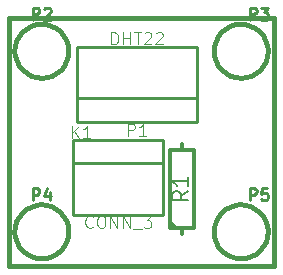
<source format=gto>
G04 (created by PCBNEW-RS274X (2011-05-25)-stable) date Fri 22 Feb 2013 06:20:34 AM EST*
G01*
G70*
G90*
%MOIN*%
G04 Gerber Fmt 3.4, Leading zero omitted, Abs format*
%FSLAX34Y34*%
G04 APERTURE LIST*
%ADD10C,0.006000*%
%ADD11C,0.015000*%
%ADD12C,0.012000*%
%ADD13C,0.010000*%
%ADD14C,0.008000*%
%ADD15C,0.003500*%
G04 APERTURE END LIST*
G54D10*
G54D11*
X09120Y-00260D02*
X09120Y-00440D01*
X01340Y-00260D02*
X09120Y-00260D01*
X09120Y-08540D02*
X09120Y-00340D01*
X00280Y-08540D02*
X09120Y-08540D01*
X00280Y-08540D02*
X00280Y-08120D01*
X00280Y-00260D02*
X00280Y-00880D01*
X01320Y-00260D02*
X00280Y-00260D01*
X00280Y-08460D02*
X00280Y-00320D01*
G54D12*
X06040Y-07460D02*
X06040Y-07260D01*
X06040Y-04460D02*
X06040Y-04660D01*
X06040Y-04660D02*
X05640Y-04660D01*
X05640Y-04660D02*
X05640Y-07260D01*
X05640Y-07260D02*
X06440Y-07260D01*
X06440Y-07260D02*
X06440Y-04660D01*
X06440Y-04660D02*
X06040Y-04660D01*
X05840Y-07260D02*
X05640Y-07060D01*
G54D13*
X02420Y-04350D02*
X02420Y-06850D01*
X05420Y-04350D02*
X05420Y-06850D01*
X05420Y-05100D02*
X02420Y-05100D01*
X02420Y-04350D02*
X05420Y-04350D01*
X05420Y-06850D02*
X02420Y-06850D01*
G54D11*
X02260Y-01360D02*
X02242Y-01534D01*
X02192Y-01702D01*
X02109Y-01858D01*
X01998Y-01994D01*
X01863Y-02106D01*
X01708Y-02189D01*
X01540Y-02241D01*
X01366Y-02259D01*
X01192Y-02244D01*
X01023Y-02194D01*
X00868Y-02113D01*
X00731Y-02003D01*
X00618Y-01868D01*
X00533Y-01714D01*
X00480Y-01547D01*
X00461Y-01372D01*
X00475Y-01198D01*
X00524Y-01029D01*
X00604Y-00873D01*
X00713Y-00735D01*
X00847Y-00621D01*
X01000Y-00536D01*
X01167Y-00481D01*
X01342Y-00461D01*
X01516Y-00474D01*
X01685Y-00521D01*
X01842Y-00601D01*
X01980Y-00709D01*
X02095Y-00842D01*
X02182Y-00994D01*
X02237Y-01161D01*
X02259Y-01335D01*
X02260Y-01360D01*
X08900Y-01360D02*
X08882Y-01534D01*
X08832Y-01702D01*
X08749Y-01858D01*
X08638Y-01994D01*
X08503Y-02106D01*
X08348Y-02189D01*
X08180Y-02241D01*
X08006Y-02259D01*
X07832Y-02244D01*
X07663Y-02194D01*
X07508Y-02113D01*
X07371Y-02003D01*
X07258Y-01868D01*
X07173Y-01714D01*
X07120Y-01547D01*
X07101Y-01372D01*
X07115Y-01198D01*
X07164Y-01029D01*
X07244Y-00873D01*
X07353Y-00735D01*
X07487Y-00621D01*
X07640Y-00536D01*
X07807Y-00481D01*
X07982Y-00461D01*
X08156Y-00474D01*
X08325Y-00521D01*
X08482Y-00601D01*
X08620Y-00709D01*
X08735Y-00842D01*
X08822Y-00994D01*
X08877Y-01161D01*
X08899Y-01335D01*
X08900Y-01360D01*
X02260Y-07380D02*
X02242Y-07554D01*
X02192Y-07722D01*
X02109Y-07878D01*
X01998Y-08014D01*
X01863Y-08126D01*
X01708Y-08209D01*
X01540Y-08261D01*
X01366Y-08279D01*
X01192Y-08264D01*
X01023Y-08214D01*
X00868Y-08133D01*
X00731Y-08023D01*
X00618Y-07888D01*
X00533Y-07734D01*
X00480Y-07567D01*
X00461Y-07392D01*
X00475Y-07218D01*
X00524Y-07049D01*
X00604Y-06893D01*
X00713Y-06755D01*
X00847Y-06641D01*
X01000Y-06556D01*
X01167Y-06501D01*
X01342Y-06481D01*
X01516Y-06494D01*
X01685Y-06541D01*
X01842Y-06621D01*
X01980Y-06729D01*
X02095Y-06862D01*
X02182Y-07014D01*
X02237Y-07181D01*
X02259Y-07355D01*
X02260Y-07380D01*
X08900Y-07380D02*
X08882Y-07554D01*
X08832Y-07722D01*
X08749Y-07878D01*
X08638Y-08014D01*
X08503Y-08126D01*
X08348Y-08209D01*
X08180Y-08261D01*
X08006Y-08279D01*
X07832Y-08264D01*
X07663Y-08214D01*
X07508Y-08133D01*
X07371Y-08023D01*
X07258Y-07888D01*
X07173Y-07734D01*
X07120Y-07567D01*
X07101Y-07392D01*
X07115Y-07218D01*
X07164Y-07049D01*
X07244Y-06893D01*
X07353Y-06755D01*
X07487Y-06641D01*
X07640Y-06556D01*
X07807Y-06501D01*
X07982Y-06481D01*
X08156Y-06494D01*
X08325Y-06541D01*
X08482Y-06621D01*
X08620Y-06729D01*
X08735Y-06862D01*
X08822Y-07014D01*
X08877Y-07181D01*
X08899Y-07355D01*
X08900Y-07380D01*
G54D13*
X03040Y-01230D02*
X02540Y-01230D01*
X06040Y-01230D02*
X06540Y-01230D01*
X05990Y-02930D02*
X06540Y-02930D01*
X02990Y-02930D02*
X02540Y-02930D01*
X03040Y-03730D02*
X02540Y-03730D01*
X06040Y-03730D02*
X06540Y-03730D01*
X06540Y-03730D02*
X06540Y-01230D01*
X02540Y-03730D02*
X02540Y-01230D01*
X02990Y-02930D02*
X05990Y-02930D01*
X06040Y-03730D02*
X03040Y-03730D01*
X03040Y-01230D02*
X06040Y-01230D01*
G54D14*
X06263Y-06043D02*
X06001Y-06210D01*
X06263Y-06329D02*
X05713Y-06329D01*
X05713Y-06138D01*
X05739Y-06091D01*
X05765Y-06067D01*
X05817Y-06043D01*
X05896Y-06043D01*
X05948Y-06067D01*
X05975Y-06091D01*
X06001Y-06138D01*
X06001Y-06329D01*
X06263Y-05567D02*
X06263Y-05853D01*
X06263Y-05710D02*
X05713Y-05710D01*
X05791Y-05758D01*
X05844Y-05805D01*
X05870Y-05853D01*
G54D15*
X02375Y-04262D02*
X02375Y-03862D01*
X02604Y-04262D02*
X02432Y-04033D01*
X02604Y-03862D02*
X02375Y-04090D01*
X02985Y-04262D02*
X02756Y-04262D01*
X02870Y-04262D02*
X02870Y-03862D01*
X02832Y-03919D01*
X02794Y-03957D01*
X02756Y-03976D01*
X03073Y-07224D02*
X03054Y-07243D01*
X02997Y-07262D01*
X02959Y-07262D01*
X02901Y-07243D01*
X02863Y-07205D01*
X02844Y-07167D01*
X02825Y-07090D01*
X02825Y-07033D01*
X02844Y-06957D01*
X02863Y-06919D01*
X02901Y-06881D01*
X02959Y-06862D01*
X02997Y-06862D01*
X03054Y-06881D01*
X03073Y-06900D01*
X03320Y-06862D02*
X03397Y-06862D01*
X03435Y-06881D01*
X03473Y-06919D01*
X03492Y-06995D01*
X03492Y-07129D01*
X03473Y-07205D01*
X03435Y-07243D01*
X03397Y-07262D01*
X03320Y-07262D01*
X03282Y-07243D01*
X03244Y-07205D01*
X03225Y-07129D01*
X03225Y-06995D01*
X03244Y-06919D01*
X03282Y-06881D01*
X03320Y-06862D01*
X03663Y-07262D02*
X03663Y-06862D01*
X03892Y-07262D01*
X03892Y-06862D01*
X04082Y-07262D02*
X04082Y-06862D01*
X04311Y-07262D01*
X04311Y-06862D01*
X04406Y-07300D02*
X04711Y-07300D01*
X04768Y-06862D02*
X05016Y-06862D01*
X04882Y-07014D01*
X04940Y-07014D01*
X04978Y-07033D01*
X04997Y-07052D01*
X05016Y-07090D01*
X05016Y-07186D01*
X04997Y-07224D01*
X04978Y-07243D01*
X04940Y-07262D01*
X04825Y-07262D01*
X04787Y-07243D01*
X04768Y-07224D01*
G54D13*
X01065Y-00322D02*
X01065Y00078D01*
X01218Y00078D01*
X01256Y00059D01*
X01275Y00040D01*
X01294Y00002D01*
X01294Y-00055D01*
X01275Y-00093D01*
X01256Y-00112D01*
X01218Y-00131D01*
X01065Y-00131D01*
X01446Y00040D02*
X01465Y00059D01*
X01503Y00078D01*
X01599Y00078D01*
X01637Y00059D01*
X01656Y00040D01*
X01675Y00002D01*
X01675Y-00036D01*
X01656Y-00093D01*
X01427Y-00322D01*
X01675Y-00322D01*
X08305Y-00322D02*
X08305Y00078D01*
X08458Y00078D01*
X08496Y00059D01*
X08515Y00040D01*
X08534Y00002D01*
X08534Y-00055D01*
X08515Y-00093D01*
X08496Y-00112D01*
X08458Y-00131D01*
X08305Y-00131D01*
X08667Y00078D02*
X08915Y00078D01*
X08781Y-00074D01*
X08839Y-00074D01*
X08877Y-00093D01*
X08896Y-00112D01*
X08915Y-00150D01*
X08915Y-00246D01*
X08896Y-00284D01*
X08877Y-00303D01*
X08839Y-00322D01*
X08724Y-00322D01*
X08686Y-00303D01*
X08667Y-00284D01*
X01065Y-06342D02*
X01065Y-05942D01*
X01218Y-05942D01*
X01256Y-05961D01*
X01275Y-05980D01*
X01294Y-06018D01*
X01294Y-06075D01*
X01275Y-06113D01*
X01256Y-06132D01*
X01218Y-06151D01*
X01065Y-06151D01*
X01637Y-06075D02*
X01637Y-06342D01*
X01541Y-05923D02*
X01446Y-06209D01*
X01694Y-06209D01*
X08305Y-06342D02*
X08305Y-05942D01*
X08458Y-05942D01*
X08496Y-05961D01*
X08515Y-05980D01*
X08534Y-06018D01*
X08534Y-06075D01*
X08515Y-06113D01*
X08496Y-06132D01*
X08458Y-06151D01*
X08305Y-06151D01*
X08896Y-05942D02*
X08705Y-05942D01*
X08686Y-06132D01*
X08705Y-06113D01*
X08743Y-06094D01*
X08839Y-06094D01*
X08877Y-06113D01*
X08896Y-06132D01*
X08915Y-06170D01*
X08915Y-06266D01*
X08896Y-06304D01*
X08877Y-06323D01*
X08839Y-06342D01*
X08743Y-06342D01*
X08705Y-06323D01*
X08686Y-06304D01*
G54D15*
X04245Y-04192D02*
X04245Y-03792D01*
X04398Y-03792D01*
X04436Y-03811D01*
X04455Y-03830D01*
X04474Y-03868D01*
X04474Y-03925D01*
X04455Y-03963D01*
X04436Y-03982D01*
X04398Y-04001D01*
X04245Y-04001D01*
X04855Y-04192D02*
X04626Y-04192D01*
X04740Y-04192D02*
X04740Y-03792D01*
X04702Y-03849D01*
X04664Y-03887D01*
X04626Y-03906D01*
X03692Y-01142D02*
X03692Y-00742D01*
X03787Y-00742D01*
X03845Y-00761D01*
X03883Y-00799D01*
X03902Y-00837D01*
X03921Y-00913D01*
X03921Y-00970D01*
X03902Y-01047D01*
X03883Y-01085D01*
X03845Y-01123D01*
X03787Y-01142D01*
X03692Y-01142D01*
X04092Y-01142D02*
X04092Y-00742D01*
X04092Y-00932D02*
X04321Y-00932D01*
X04321Y-01142D02*
X04321Y-00742D01*
X04454Y-00742D02*
X04683Y-00742D01*
X04568Y-01142D02*
X04568Y-00742D01*
X04797Y-00780D02*
X04816Y-00761D01*
X04854Y-00742D01*
X04950Y-00742D01*
X04988Y-00761D01*
X05007Y-00780D01*
X05026Y-00818D01*
X05026Y-00856D01*
X05007Y-00913D01*
X04778Y-01142D01*
X05026Y-01142D01*
X05178Y-00780D02*
X05197Y-00761D01*
X05235Y-00742D01*
X05331Y-00742D01*
X05369Y-00761D01*
X05388Y-00780D01*
X05407Y-00818D01*
X05407Y-00856D01*
X05388Y-00913D01*
X05159Y-01142D01*
X05407Y-01142D01*
M02*

</source>
